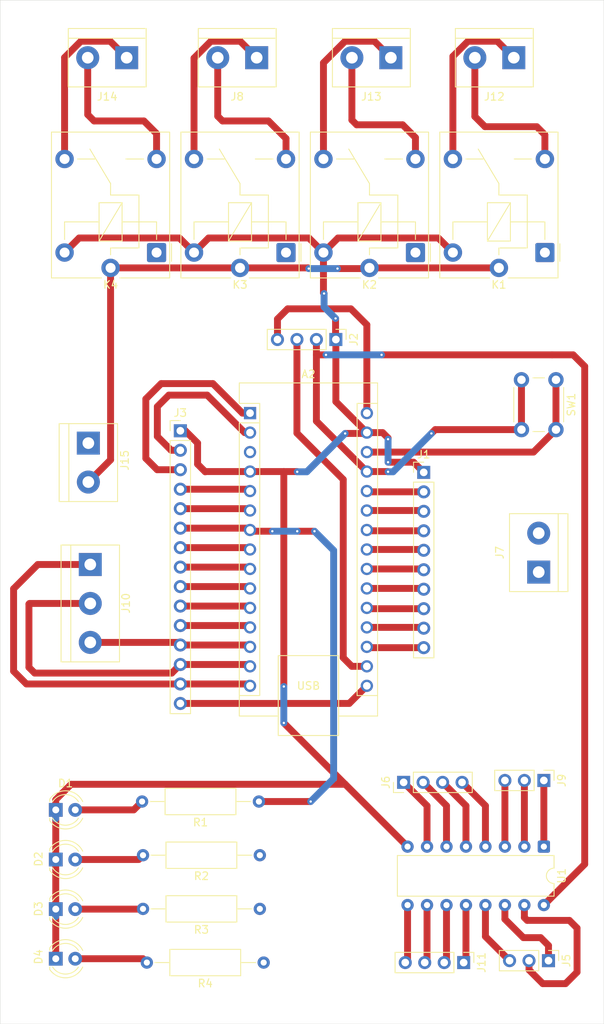
<source format=kicad_pcb>
(kicad_pcb (version 20241229) (generator "pcbnew") (generator_version "9.0")
  (title_block (title "Proyecto") (date "2025-03-09") (rev "Luis Antonio") (company "Instituto Tecnologico Superior del Estado de Hidalgo"))
  (layers (0 "F.Cu" signal) (4 "In1.Cu" signal) (6 "In2.Cu" signal) (2 "B.Cu" signal) (13 "F.Paste" user) (15 "B.Paste" user) (5 "F.SilkS" user "F.Silkscreen") (7 "B.SilkS" user "B.Silkscreen") (1 "F.Mask" user) (3 "B.Mask" user) (25 "Edge.Cuts" user))
  (net 0 "")
  (net 1 "/L8")
  (net 2 "/SDA_2")
  (net 3 "Net-(A2-D6)")
  (net 4 "GND")
  (net 5 "Net-(A2-A0)")
  (net 6 "/L9")
  (net 7 "Net-(A2-A1)")
  (net 8 "/VCC_5V")
  (net 10 "Net-(A2-D5)")
  (net 11 "/SCL_2")
  (net 12 "Net-(A2-D3)")
  (net 13 "Net-(A2-A2)")
  (net 14 "Net-(A2-D0{slash}RX)")
  (net 15 "Net-(A2-~{RESET}-Pad28)")
  (net 16 "Net-(A2-3V3)")
  (net 17 "Net-(A2-D2)")
  (net 18 "Net-(A2-D1{slash}TX)")
  (net 19 "/L13")
  (net 20 "Net-(A2-A3)")
  (net 21 "Net-(A2-A6)")
  (net 22 "/L4")
  (net 23 "Net-(A2-AREF)")
  (net 24 "Net-(A2-D7)")
  (net 25 "Net-(A2-A7)")
  (net 26 "Net-(A2-VIN)")
  (net 27 "Net-(D1-A)")
  (net 28 "Net-(D2-A)")
  (net 29 "Net-(D3-A)")
  (net 30 "Net-(D4-A)")
  (net 31 "Net-(J5-Pin_3)")
  (net 32 "/P1")
  (net 33 "/P2")
  (net 34 "Net-(J8-Pin_1)")
  (net 35 "Net-(J8-Pin_2)")
  (net 36 "Net-(J9-Pin_1)")
  (net 37 "Net-(J9-Pin_3)")
  (net 38 "Net-(J9-Pin_2)")
  (net 39 "Net-(J11-Pin_3)")
  (net 40 "Net-(J11-Pin_1)")
  (net 41 "Net-(J11-Pin_2)")
  (net 42 "Net-(J11-Pin_4)")
  (net 43 "Net-(J12-Pin_1)")
  (net 44 "Net-(J12-Pin_2)")
  (net 45 "Net-(J13-Pin_2)")
  (net 46 "Net-(J13-Pin_1)")
  (net 47 "Net-(J14-Pin_1)")
  (net 48 "Net-(J14-Pin_2)")
  (net 49 "/L10")
  (net 50 "/L12")
  (net 51 "/L11")
  (net 52 "/P0")
  (net 53 "/P3")
  (net 54 "/VCC2_+24")
  (net 55 "/VCC_+24")
  (footprint "LED_THT:LED_D4.0mm" (layer "F.Cu") (at 111 132.06)
    (property "Reference" "D2" (at -2.25 -0.06 90) (layer "F.SilkS"))
    (property "Value" "LED" (hide yes))
    (pad "1" thru_hole rect (at 0 0) (size 1.8 1.8) (drill 0.9) (layers "*.Cu" "*.Mask") (net 4 "GND"))
    (pad "2" thru_hole circle (at 2.54 0) (size 1.8 1.8) (drill 0.9) (layers "*.Cu" "*.Mask") (net 28 "Net-(D2-A)"))
  )
  (footprint "Resistor_THT:R_Axial_DIN0309_L9.0mm_D3.2mm_P15.24mm_Horizontal" (layer "F.Cu") (at 138.12 145.5 180)
    (property "Reference" "R4" (at 7.62 -2.72 0) (layer "F.SilkS"))
    (property "Value" "R" (hide yes))
    (pad "1" thru_hole circle (at 0 0 180) (size 1.6 1.6) (drill 0.8) (layers "*.Cu" "*.Mask") (net 6 "/L9"))
    (pad "2" thru_hole oval (at 15.24 0 180) (size 1.6 1.6) (drill 0.8) (layers "*.Cu" "*.Mask") (net 30 "Net-(D4-A)"))
  )
  (footprint "TerminalBlock:TerminalBlock_bornier-2_P5.08mm" (layer "F.Cu") (at 137.21 27.5 180)
    (property "Reference" "J8" (at 2.54 -5.08 0) (layer "F.SilkS"))
    (property "Value" "Screw_Terminal_01x02" (hide yes))
    (pad "1" thru_hole rect (at 0 0 180) (size 3 3) (drill 1.52) (layers "*.Cu" "*.Mask") (net 34 "Net-(J8-Pin_1)"))
    (pad "2" thru_hole circle (at 5.08 0 180) (size 3 3) (drill 1.52) (layers "*.Cu" "*.Mask") (net 35 "Net-(J8-Pin_2)"))
  )
  (footprint "LED_THT:LED_D4.0mm" (layer "F.Cu") (at 111 138.53)
    (property "Reference" "D3" (at -2.25 -0.03 90) (layer "F.SilkS"))
    (property "Value" "LED" (hide yes))
    (pad "1" thru_hole rect (at 0 0) (size 1.8 1.8) (drill 0.9) (layers "*.Cu" "*.Mask") (net 4 "GND"))
    (pad "2" thru_hole circle (at 2.54 0) (size 1.8 1.8) (drill 0.9) (layers "*.Cu" "*.Mask") (net 29 "Net-(D3-A)"))
  )
  (footprint "TerminalBlock:TerminalBlock_bornier-3_P5.08mm" (layer "F.Cu") (at 115.5 93.59 -90)
    (property "Reference" "J10" (at 5.05 -4.65 90) (layer "F.SilkS"))
    (property "Value" "Screw_Terminal_01x03" (hide yes))
    (pad "1" thru_hole rect (at 0 0 270) (size 3 3) (drill 1.52) (layers "*.Cu" "*.Mask") (net 50 "/L12"))
    (pad "2" thru_hole circle (at 5.08 0 270) (size 3 3) (drill 1.52) (layers "*.Cu" "*.Mask") (net 51 "/L11"))
    (pad "3" thru_hole circle (at 10.16 0 270) (size 3 3) (drill 1.52) (layers "*.Cu" "*.Mask") (net 49 "/L10"))
  )
  (footprint "TerminalBlock:TerminalBlock_bornier-2_P5.08mm" (layer "F.Cu") (at 120.25 27.5 180)
    (property "Reference" "J14" (at 2.54 -5.08 0) (layer "F.SilkS"))
    (property "Value" "Screw_Terminal_01x02" (hide yes))
    (pad "1" thru_hole rect (at 0 0 180) (size 3 3) (drill 1.52) (layers "*.Cu" "*.Mask") (net 47 "Net-(J14-Pin_1)"))
    (pad "2" thru_hole circle (at 5.08 0 180) (size 3 3) (drill 1.52) (layers "*.Cu" "*.Mask") (net 48 "Net-(J14-Pin_2)"))
  )
  (footprint "Connector_PinHeader_2.54mm:PinHeader_1x04_P2.54mm_Vertical" (layer "F.Cu") (at 164.21 145.5 -90)
    (property "Reference" "J11" (at 0 -2.33 90) (layer "F.SilkS"))
    (property "Value" "Conn_01x04_Pin" (hide yes))
    (pad "1" thru_hole rect (at 0 0 270) (size 1.7 1.7) (drill 1) (layers "*.Cu" "*.Mask") (net 40 "Net-(J11-Pin_1)"))
    (pad "2" thru_hole oval (at 0 2.54 270) (size 1.7 1.7) (drill 1) (layers "*.Cu" "*.Mask") (net 41 "Net-(J11-Pin_2)"))
    (pad "3" thru_hole oval (at 0 5.08 270) (size 1.7 1.7) (drill 1) (layers "*.Cu" "*.Mask") (net 39 "Net-(J11-Pin_3)"))
    (pad "4" thru_hole oval (at 0 7.62 270) (size 1.7 1.7) (drill 1) (layers "*.Cu" "*.Mask") (net 42 "Net-(J11-Pin_4)"))
  )
  (footprint "Connector_PinHeader_2.54mm:PinHeader_1x04_P2.54mm_Vertical" (layer "F.Cu") (at 156.38 122 90)
    (property "Reference" "J6" (at 0 -2.33 90) (layer "F.SilkS"))
    (property "Value" "Conn_01x04_Pin" (hide yes))
    (pad "1" thru_hole rect (at 0 0 90) (size 1.7 1.7) (drill 1) (layers "*.Cu" "*.Mask") (net 53 "/P3"))
    (pad "2" thru_hole oval (at 0 2.54 90) (size 1.7 1.7) (drill 1) (layers "*.Cu" "*.Mask") (net 33 "/P2"))
    (pad "3" thru_hole oval (at 0 5.08 90) (size 1.7 1.7) (drill 1) (layers "*.Cu" "*.Mask") (net 32 "/P1"))
    (pad "4" thru_hole oval (at 0 7.62 90) (size 1.7 1.7) (drill 1) (layers "*.Cu" "*.Mask") (net 52 "/P0"))
  )
  (footprint "Connector_PinHeader_2.54mm:PinHeader_1x03_P2.54mm_Vertical" (layer "F.Cu") (at 175.275 145.25 -90)
    (property "Reference" "J5" (at 0 -2.33 90) (layer "F.SilkS"))
    (property "Value" "Conn_01x03_Pin" (hide yes))
    (pad "1" thru_hole rect (at 0 0 270) (size 1.7 1.7) (drill 1) (layers "*.Cu" "*.Mask") (net 11 "/SCL_2"))
    (pad "2" thru_hole oval (at 0 2.54 270) (size 1.7 1.7) (drill 1) (layers "*.Cu" "*.Mask") (net 2 "/SDA_2"))
    (pad "3" thru_hole oval (at 0 5.08 270) (size 1.7 1.7) (drill 1) (layers "*.Cu" "*.Mask") (net 31 "Net-(J5-Pin_3)"))
  )
  (footprint "Connector_PinHeader_2.54mm:PinHeader_1x04_P2.54mm_Vertical" (layer "F.Cu") (at 147.54 64.25 -90)
    (property "Reference" "J2" (at 0 -2.33 90) (layer "F.SilkS"))
    (property "Value" "Conn_01x04_Pin" (hide yes))
    (pad "1" thru_hole rect (at 0 0 270) (size 1.7 1.7) (drill 1) (layers "*.Cu" "*.Mask") (net 4 "GND"))
    (pad "2" thru_hole oval (at 0 2.54 270) (size 1.7 1.7) (drill 1) (layers "*.Cu" "*.Mask") (net 8 "/VCC_5V"))
    (pad "3" thru_hole oval (at 0 5.08 270) (size 1.7 1.7) (drill 1) (layers "*.Cu" "*.Mask") (net 16 "Net-(A2-3V3)"))
    (pad "4" thru_hole oval (at 0 7.62 270) (size 1.7 1.7) (drill 1) (layers "*.Cu" "*.Mask") (net 26 "Net-(A2-VIN)"))
  )
  (footprint "TerminalBlock:TerminalBlock_bornier-2_P5.08mm" (layer "F.Cu") (at 115.25 77.76 -90)
    (property "Reference" "J15" (at 2.24 -4.75 90) (layer "F.SilkS"))
    (property "Value" "Screw_Terminal_01x02" (hide yes))
    (pad "1" thru_hole rect (at 0 0 270) (size 3 3) (drill 1.52) (layers "*.Cu" "*.Mask") (net 54 "/VCC2_+24"))
    (pad "2" thru_hole circle (at 5.08 0 270) (size 3 3) (drill 1.52) (layers "*.Cu" "*.Mask") (net 55 "/VCC_+24"))
  )
  (footprint "Relay_THT:Relay_SPDT_Finder_36.11" (layer "F.Cu") (at 141.035 52.91 180)
    (property "Reference" "K3" (at 6 -4.2 0) (layer "F.SilkS"))
    (property "Value" "Relay_SPDT_Latching_1coil" (hide yes))
    (pad "11" thru_hole circle (at 6 -2 180) (size 2.4 2.4) (drill 1.3) (layers "*.Cu" "*.Mask") (net 55 "/VCC_+24") (clearance 0.2))
    (pad "12" thru_hole circle (at 12 12.2 180) (size 2.4 2.4) (drill 1.3) (layers "*.Cu" "*.Mask") (net 34 "Net-(J8-Pin_1)"))
    (pad "14" thru_hole circle (at 0 12.2 180) (size 2.4 2.4) (drill 1.3) (layers "*.Cu" "*.Mask") (net 35 "Net-(J8-Pin_2)"))
    (pad "A1" thru_hole roundrect (at 0 0 180) (size 2.5 2.5) (drill 1.3) (layers "*.Cu" "*.Mask") (roundrect_rratio 0.1) (net 1 "/L8"))
    (pad "A2" thru_hole circle (at 12 0 180) (size 2.4 2.4) (drill 1.3) (layers "*.Cu" "*.Mask") (net 4 "GND"))
  )
  (footprint "Relay_THT:Relay_SPDT_Finder_36.11" (layer "F.Cu") (at 174.805 52.91 180)
    (property "Reference" "K1" (at 6 -4.2 0) (layer "F.SilkS"))
    (property "Value" "Relay_SPDT_Latching_1coil" (hide yes))
    (pad "11" thru_hole circle (at 6 -2 180) (size 2.4 2.4) (drill 1.3) (layers "*.Cu" "*.Mask") (net 55 "/VCC_+24") (clearance 0.2))
    (pad "12" thru_hole circle (at 12 12.2 180) (size 2.4 2.4) (drill 1.3) (layers "*.Cu" "*.Mask") (net 43 "Net-(J12-Pin_1)"))
    (pad "14" thru_hole circle (at 0 12.2 180) (size 2.4 2.4) (drill 1.3) (layers "*.Cu" "*.Mask") (net 44 "Net-(J12-Pin_2)"))
    (pad "A1" thru_hole roundrect (at 0 0 180) (size 2.5 2.5) (drill 1.3) (layers "*.Cu" "*.Mask") (roundrect_rratio 0.1) (net 6 "/L9"))
    (pad "A2" thru_hole circle (at 12 0 180) (size 2.4 2.4) (drill 1.3) (layers "*.Cu" "*.Mask") (net 4 "GND"))
  )
  (footprint "Relay_THT:Relay_SPDT_Finder_36.11" (layer "F.Cu") (at 157.92 52.91 180)
    (property "Reference" "K2" (at 6 -4.2 0) (layer "F.SilkS"))
    (property "Value" "Relay_SPDT_Latching_1coil" (hide yes))
    (pad "11" thru_hole circle (at 6 -2 180) (size 2.4 2.4) (drill 1.3) (layers "*.Cu" "*.Mask") (net 55 "/VCC_+24") (clearance 0.2))
    (pad "12" thru_hole circle (at 12 12.2 180) (size 2.4 2.4) (drill 1.3) (layers "*.Cu" "*.Mask") (net 46 "Net-(J13-Pin_1)"))
    (pad "14" thru_hole circle (at 0 12.2 180) (size 2.4 2.4) (drill 1.3) (layers "*.Cu" "*.Mask") (net 45 "Net-(J13-Pin_2)"))
    (pad "A1" thru_hole roundrect (at 0 0 180) (size 2.5 2.5) (drill 1.3) (layers "*.Cu" "*.Mask") (roundrect_rratio 0.1) (net 32 "/P1"))
    (pad "A2" thru_hole circle (at 12 0 180) (size 2.4 2.4) (drill 1.3) (layers "*.Cu" "*.Mask") (net 4 "GND"))
  )
  (footprint "Module:Arduino_Nano" (layer "F.Cu") (at 136.34 73.85)
    (property "Reference" "A2" (at 7.62 -5.08 0) (layer "F.SilkS"))
    (property "Value" "Arduino_Nano_v3.x")
    (fp_text user "USB" (at 7.62 35.56 0) (layer "F.SilkS"))
    (pad "1" thru_hole rect (at 0 0) (size 1.6 1.6) (drill 1) (layers "*.Cu" "*.Mask") (net 18 "Net-(A2-D1{slash}TX)"))
    (pad "2" thru_hole oval (at 0 2.54) (size 1.6 1.6) (drill 1) (layers "*.Cu" "*.Mask") (net 14 "Net-(A2-D0{slash}RX)"))
    (pad "3" thru_hole oval (at 0 5.08) (size 1.6 1.6) (drill 1) (layers "*.Cu" "*.Mask"))
    (pad "4" thru_hole oval (at 0 7.62) (size 1.6 1.6) (drill 1) (layers "*.Cu" "*.Mask") (net 4 "GND"))
    (pad "5" thru_hole oval (at 0 10.16) (size 1.6 1.6) (drill 1) (layers "*.Cu" "*.Mask") (net 17 "Net-(A2-D2)"))
    (pad "6" thru_hole oval (at 0 12.7) (size 1.6 1.6) (drill 1) (layers "*.Cu" "*.Mask") (net 12 "Net-(A2-D3)"))
    (pad "7" thru_hole oval (at 0 15.24) (size 1.6 1.6) (drill 1) (layers "*.Cu" "*.Mask") (net 22 "/L4"))
    (pad "8" thru_hole oval (at 0 17.78) (size 1.6 1.6) (drill 1) (layers "*.Cu" "*.Mask") (net 10 "Net-(A2-D5)"))
    (pad "9" thru_hole oval (at 0 20.32) (size 1.6 1.6) (drill 1) (layers "*.Cu" "*.Mask") (net 3 "Net-(A2-D6)"))
    (pad "10" thru_hole oval (at 0 22.86) (size 1.6 1.6) (drill 1) (layers "*.Cu" "*.Mask") (net 24 "Net-(A2-D7)"))
    (pad "11" thru_hole oval (at 0 25.4) (size 1.6 1.6) (drill 1) (layers "*.Cu" "*.Mask") (net 1 "/L8"))
    (pad "12" thru_hole oval (at 0 27.94) (size 1.6 1.6) (drill 1) (layers "*.Cu" "*.Mask") (net 6 "/L9"))
    (pad "13" thru_hole oval (at 0 30.48) (size 1.6 1.6) (drill 1) (layers "*.Cu" "*.Mask") (net 49 "/L10"))
    (pad "14" thru_hole oval (at 0 33.02) (size 1.6 1.6) (drill 1) (layers "*.Cu" "*.Mask") (net 51 "/L11"))
    (pad "15" thru_hole oval (at 0 35.56) (size 1.6 1.6) (drill 1) (layers "*.Cu" "*.Mask") (net 50 "/L12"))
    (pad "16" thru_hole oval (at 15.24 35.56) (size 1.6 1.6) (drill 1) (layers "*.Cu" "*.Mask") (net 19 "/L13"))
    (pad "17" thru_hole oval (at 15.24 33.02) (size 1.6 1.6) (drill 1) (layers "*.Cu" "*.Mask") (net 16 "Net-(A2-3V3)"))
    (pad "18" thru_hole oval (at 15.24 30.48) (size 1.6 1.6) (drill 1) (layers "*.Cu" "*.Mask") (net 23 "Net-(A2-AREF)"))
    (pad "19" thru_hole oval (at 15.24 27.94) (size 1.6 1.6) (drill 1) (layers "*.Cu" "*.Mask") (net 5 "Net-(A2-A0)"))
    (pad "20" thru_hole oval (at 15.24 25.4) (size 1.6 1.6) (drill 1) (layers "*.Cu" "*.Mask") (net 7 "Net-(A2-A1)"))
    (pad "21" thru_hole oval (at 15.24 22.86) (size 1.6 1.6) (drill 1) (layers "*.Cu" "*.Mask") (net 13 "Net-(A2-A2)"))
    (pad "22" thru_hole oval (at 15.24 20.32) (size 1.6 1.6) (drill 1) (layers "*.Cu" "*.Mask") (net 20 "Net-(A2-A3)"))
    (pad "23" thru_hole oval (at 15.24 17.78) (size 1.6 1.6) (drill 1) (layers "*.Cu" "*.Mask") (net 2 "/SDA_2"))
    (pad "24" thru_hole oval (at 15.24 15.24) (size 1.6 1.6) (drill 1) (layers "*.Cu" "*.Mask") (net 11 "/SCL_2"))
    (pad "25" thru_hole oval (at 15.24 12.7) (size 1.6 1.6) (drill 1) (layers "*.Cu" "*.Mask") (net 21 "Net-(A2-A6)"))
    (pad "26" thru_hole oval (at 15.24 10.16) (size 1.6 1.6) (drill 1) (layers "*.Cu" "*.Mask") (net 25 "Net-(A2-A7)"))
    (pad "27" thru_hole oval (at 15.24 7.62) (size 1.6 1.6) (drill 1) (layers "*.Cu" "*.Mask") (net 8 "/VCC_5V"))
    (pad "28" thru_hole oval (at 15.24 5.08) (size 1.6 1.6) (drill 1) (layers "*.Cu" "*.Mask") (net 15 "Net-(A2-~{RESET}-Pad28)"))
    (pad "29" thru_hole oval (at 15.24 2.54) (size 1.6 1.6) (drill 1) (layers "*.Cu" "*.Mask") (net 4 "GND"))
    (pad "30" thru_hole oval (at 15.24 0) (size 1.6 1.6) (drill 1) (layers "*.Cu" "*.Mask") (net 26 "Net-(A2-VIN)"))
  )
  (footprint "Button_Switch_THT:SW_PUSH_6mm" (layer "F.Cu") (at 176.25 69.5 -90)
    (property "Reference" "SW1" (at 3.25 -2 90) (layer "F.SilkS"))
    (property "Value" "SW_Push" (hide yes))
    (pad "1" thru_hole circle (at 0 0) (size 2 2) (drill 1.1) (layers "*.Cu" "*.Mask") (net 15 "Net-(A2-~{RESET}-Pad28)"))
    (pad "1" thru_hole circle (at 6.5 0) (size 2 2) (drill 1.1) (layers "*.Cu" "*.Mask") (net 15 "Net-(A2-~{RESET}-Pad28)"))
    (pad "2" thru_hole circle (at 0 4.5) (size 2 2) (drill 1.1) (layers "*.Cu" "*.Mask") (net 8 "/VCC_5V"))
    (pad "2" thru_hole circle (at 6.5 4.5) (size 2 2) (drill 1.1) (layers "*.Cu" "*.Mask") (net 8 "/VCC_5V"))
  )
  (footprint "Package_DIP:DIP-16_W7.62mm" (layer "F.Cu") (at 174.67 130.38 -90)
    (property "Reference" "U1" (at 3.81 -2.33 90) (layer "F.SilkS"))
    (property "Value" "PCF8574AP" (hide yes))
    (pad "1" thru_hole roundrect (at 0 0 270) (size 1.6 1.6) (drill 0.8) (layers "*.Cu" "*.Mask") (roundrect_rratio 0.15625) (net 36 "Net-(J9-Pin_1)"))
    (pad "2" thru_hole circle (at 0 2.54 270) (size 1.6 1.6) (drill 0.8) (layers "*.Cu" "*.Mask") (net 38 "Net-(J9-Pin_2)"))
    (pad "3" thru_hole circle (at 0 5.08 270) (size 1.6 1.6) (drill 0.8) (layers "*.Cu" "*.Mask") (net 37 "Net-(J9-Pin_3)"))
    (pad "4" thru_hole circle (at 0 7.62 270) (size 1.6 1.6) (drill 0.8) (layers "*.Cu" "*.Mask") (net 52 "/P0"))
    (pad "5" thru_hole circle (at 0 10.16 270) (size 1.6 1.6) (drill 0.8) (layers "*.Cu" "*.Mask") (net 32 "/P1"))
    (pad "6" thru_hole circle (at 0 12.7 270) (size 1.6 1.6) (drill 0.8) (layers "*.Cu" "*.Mask") (net 33 "/P2"))
    (pad "7" thru_hole circle (at 0 15.24 270) (size 1.6 1.6) (drill 0.8) (layers "*.Cu" "*.Mask") (net 53 "/P3"))
    (pad "8" thru_hole circle (at 0 17.78 270) (size 1.6 1.6) (drill 0.8) (layers "*.Cu" "*.Mask") (net 4 "GND"))
    (pad "9" thru_hole circle (at 7.62 17.78 270) (size 1.6 1.6) (drill 0.8) (layers "*.Cu" "*.Mask") (net 42 "Net-(J11-Pin_4)"))
    (pad "10" thru_hole circle (at 7.62 15.24 270) (size 1.6 1.6) (drill 0.8) (layers "*.Cu" "*.Mask") (net 39 "Net-(J11-Pin_3)"))
    (pad "11" thru_hole circle (at 7.62 12.7 270) (size 1.6 1.6) (drill 0.8) (layers "*.Cu" "*.Mask") (net 41 "Net-(J11-Pin_2)"))
    (pad "12" thru_hole circle (at 7.62 10.16 270) (size 1.6 1.6) (drill 0.8) (layers "*.Cu" "*.Mask") (net 40 "Net-(J11-Pin_1)"))
    (pad "13" thru_hole circle (at 7.62 7.62 270) (size 1.6 1.6) (drill 0.8) (layers "*.Cu" "*.Mask") (net 31 "Net-(J5-Pin_3)"))
    (pad "14" thru_hole circle (at 7.62 5.08 270) (size 1.6 1.6) (drill 0.8) (layers "*.Cu" "*.Mask") (net 11 "/SCL_2"))
    (pad "15" thru_hole circle (at 7.62 2.54 270) (size 1.6 1.6) (drill 0.8) (layers "*.Cu" "*.Mask") (net 2 "/SDA_2"))
    (pad "16" thru_hole circle (at 7.62 0 270) (size 1.6 1.6) (drill 0.8) (layers "*.Cu" "*.Mask") (net 8 "/VCC_5V"))
  )
  (footprint "Resistor_THT:R_Axial_DIN0309_L9.0mm_D3.2mm_P15.24mm_Horizontal" (layer "F.Cu") (at 137.62 131.5 180)
    (property "Reference" "R2" (at 7.62 -2.72 0) (layer "F.SilkS"))
    (property "Value" "R")
    (pad "1" thru_hole circle (at 0 0 180) (size 1.6 1.6) (drill 0.8) (layers "*.Cu" "*.Mask") (net 19 "/L13"))
    (pad "2" thru_hole oval (at 15.24 0 180) (size 1.6 1.6) (drill 0.8) (layers "*.Cu" "*.Mask") (net 28 "Net-(D2-A)"))
  )
  (footprint "Connector_PinHeader_2.54mm:PinHeader_1x03_P2.54mm_Vertical" (layer "F.Cu") (at 174.67 121.75 -90)
    (property "Reference" "J9" (at 0 -2.33 90) (layer "F.SilkS"))
    (property "Value" "Conn_01x03_Pin" (hide yes))
    (pad "1" thru_hole rect (at 0 0 270) (size 1.7 1.7) (drill 1) (layers "*.Cu" "*.Mask") (net 36 "Net-(J9-Pin_1)"))
    (pad "2" thru_hole oval (at 0 2.54 270) (size 1.7 1.7) (drill 1) (layers "*.Cu" "*.Mask") (net 38 "Net-(J9-Pin_2)"))
    (pad "3" thru_hole oval (at 0 5.08 270) (size 1.7 1.7) (drill 1) (layers "*.Cu" "*.Mask") (net 37 "Net-(J9-Pin_3)"))
  )
  (footprint "Connector_PinHeader_2.54mm:PinHeader_1x15_P2.54mm_Vertical" (layer "F.Cu") (at 127.25 76.15)
    (property "Reference" "J3" (at 0 -2.33 0) (layer "F.SilkS"))
    (property "Value" "Conn_01x15_Pin" (hide yes))
    (pad "1" thru_hole rect (at 0 0) (size 1.7 1.7) (drill 1) (layers "*.Cu" "*.Mask") (net 4 "GND"))
    (pad "2" thru_hole oval (at 0 2.54) (size 1.7 1.7) (drill 1) (layers "*.Cu" "*.Mask") (net 14 "Net-(A2-D0{slash}RX)"))
    (pad "3" thru_hole oval (at 0 5.08) (size 1.7 1.7) (drill 1) (layers "*.Cu" "*.Mask") (net 18 "Net-(A2-D1{slash}TX)"))
    (pad "4" thru_hole oval (at 0 7.62) (size 1.7 1.7) (drill 1) (layers "*.Cu" "*.Mask") (net 17 "Net-(A2-D2)"))
    (pad "5" thru_hole oval (at 0 10.16) (size 1.7 1.7) (drill 1) (layers "*.Cu" "*.Mask") (net 12 "Net-(A2-D3)"))
    (pad "6" thru_hole oval (at 0 12.7) (size 1.7 1.7) (drill 1) (layers "*.Cu" "*.Mask") (net 22 "/L4"))
    (pad "7" thru_hole oval (at 0 15.24) (size 1.7 1.7) (drill 1) (layers "*.Cu" "*.Mask") (net 10 "Net-(A2-D5)"))
    (pad "8" thru_hole oval (at 0 17.78) (size 1.7 1.7) (drill 1) (layers "*.Cu" "*.Mask") (net 3 "Net-(A2-D6)"))
    (pad "9" thru_hole oval (at 0 20.32) (size 1.7 1.7) (drill 1) (layers "*.Cu" "*.Mask") (net 24 "Net-(A2-D7)"))
    (pad "10" thru_hole oval (at 0 22.86) (size 1.7 1.7) (drill 1) (layers "*.Cu" "*.Mask") (net 1 "/L8"))
    (pad "11" thru_hole oval (at 0 25.4) (size 1.7 1.7) (drill 1) (layers "*.Cu" "*.Mask") (net 6 "/L9"))
    (pad "12" thru_hole oval (at 0 27.94) (size 1.7 1.7) (drill 1) (layers "*.Cu" "*.Mask") (net 49 "/L10"))
    (pad "13" thru_hole oval (at 0 30.48) (size 1.7 1.7) (drill 1) (layers "*.Cu" "*.Mask") (net 51 "/L11"))
    (pad "14" thru_hole oval (at 0 33.02) (size 1.7 1.7) (drill 1) (layers "*.Cu" "*.Mask") (net 50 "/L12"))
    (pad "15" thru_hole oval (at 0 35.56) (size 1.7 1.7) (drill 1) (layers "*.Cu" "*.Mask") (net 19 "/L13"))
  )
  (footprint "Relay_THT:Relay_SPDT_Finder_36.11" (layer "F.Cu") (at 124.15 52.91 180)
    (property "Reference" "K4" (at 6 -4.2 0) (layer "F.SilkS"))
    (property "Value" "Relay_SPDT_Latching_1coil" (hide yes))
    (pad "11" thru_hole circle (at 6 -2 180) (size 2.4 2.4) (drill 1.3) (layers "*.Cu" "*.Mask") (net 55 "/VCC_+24") (clearance 0.2))
    (pad "12" thru_hole circle (at 12 12.2 180) (size 2.4 2.4) (drill 1.3) (layers "*.Cu" "*.Mask") (net 47 "Net-(J14-Pin_1)"))
    (pad "14" thru_hole circle (at 0 12.2 180) (size 2.4 2.4) (drill 1.3) (layers "*.Cu" "*.Mask") (net 48 "Net-(J14-Pin_2)"))
    (pad "A1" thru_hole roundrect (at 0 0 180) (size 2.5 2.5) (drill 1.3) (layers "*.Cu" "*.Mask") (roundrect_rratio 0.1) (net 33 "/P2"))
    (pad "A2" thru_hole circle (at 12 0 180) (size 2.4 2.4) (drill 1.3) (layers "*.Cu" "*.Mask") (net 4 "GND"))
  )
  (footprint "TerminalBlock:TerminalBlock_bornier-2_P5.08mm" (layer "F.Cu") (at 174 94.58 90)
    (property "Reference" "J7" (at 2.54 -5.08 90) (layer "F.SilkS"))
    (property "Value" "Screw_Terminal_01x02" (hide yes))
    (pad "1" thru_hole rect (at 0 0 90) (size 3 3) (drill 1.52) (layers "*.Cu" "*.Mask") (net 53 "/P3"))
    (pad "2" thru_hole circle (at 5.08 0 90) (size 3 3) (drill 1.52) (layers "*.Cu" "*.Mask") (net 52 "/P0"))
  )
  (footprint "TerminalBlock:TerminalBlock_bornier-2_P5.08mm" (layer "F.Cu") (at 154.71 27.5 180)
    (property "Reference" "J13" (at 2.54 -5.08 0) (layer "F.SilkS"))
    (property "Value" "Screw_Terminal_01x02" (hide yes))
    (pad "1" thru_hole rect (at 0 0 180) (size 3 3) (drill 1.52) (layers "*.Cu" "*.Mask") (net 46 "Net-(J13-Pin_1)"))
    (pad "2" thru_hole circle (at 5.08 0 180) (size 3 3) (drill 1.52) (layers "*.Cu" "*.Mask") (net 45 "Net-(J13-Pin_2)"))
  )
  (footprint "LED_THT:LED_D4.0mm" (layer "F.Cu") (at 111 145)
    (property "Reference" "D4" (at -2.25 -0.25 90) (layer "F.SilkS"))
    (property "Value" "LED" (hide yes))
    (pad "1" thru_hole rect (at 0 0) (size 1.8 1.8) (drill 0.9) (layers "*.Cu" "*.Mask") (net 4 "GND"))
    (pad "2" thru_hole circle (at 2.54 0) (size 1.8 1.8) (drill 0.9) (layers "*.Cu" "*.Mask") (net 30 "Net-(D4-A)"))
  )
  (footprint "Resistor_THT:R_Axial_DIN0309_L9.0mm_D3.2mm_P15.24mm_Horizontal" (layer "F.Cu") (at 137.5 124.5 180)
    (property "Reference" "R1" (at 7.62 -2.72 0) (layer "F.SilkS"))
    (property "Value" "R")
    (pad "1" thru_hole circle (at 0 0 180) (size 1.6 1.6) (drill 0.8) (layers "*.Cu" "*.Mask") (net 22 "/L4"))
    (pad "2" thru_hole oval (at 15.24 0 180) (size 1.6 1.6) (drill 0.8) (layers "*.Cu" "*.Mask") (net 27 "Net-(D1-A)"))
  )
  (footprint "Resistor_THT:R_Axial_DIN0309_L9.0mm_D3.2mm_P15.24mm_Horizontal" (layer "F.Cu") (at 137.62 138.5 180)
    (property "Reference" "R3" (at 7.62 -2.72 0) (layer "F.SilkS"))
    (property "Value" "R" (hide yes))
    (pad "1" thru_hole circle (at 0 0 180) (size 1.6 1.6) (drill 0.8) (layers "*.Cu" "*.Mask") (net 1 "/L8"))
    (pad "2" thru_hole oval (at 15.24 0 180) (size 1.6 1.6) (drill 0.8) (layers "*.Cu" "*.Mask") (net 29 "Net-(D3-A)"))
  )
  (footprint "TerminalBlock:TerminalBlock_bornier-2_P5.08mm" (layer "F.Cu") (at 170.75 27.5 180)
    (property "Reference" "J12" (at 2.54 -5.08 0) (layer "F.SilkS"))
    (property "Value" "Screw_Terminal_01x02" (hide yes))
    (pad "1" thru_hole rect (at 0 0 180) (size 3 3) (drill 1.52) (layers "*.Cu" "*.Mask") (net 43 "Net-(J12-Pin_1)"))
    (pad "2" thru_hole circle (at 5.08 0 180) (size 3 3) (drill 1.52) (layers "*.Cu" "*.Mask") (net 44 "Net-(J12-Pin_2)"))
  )
  (footprint "LED_THT:LED_D4.0mm" (layer "F.Cu") (at 111 125.59)
    (property "Reference" "D1" (at 1.27 -3.46 0) (layer "F.SilkS"))
    (property "Value" "LED" (hide yes))
    (pad "1" thru_hole rect (at 0 0) (size 1.8 1.8) (drill 0.9) (layers "*.Cu" "*.Mask") (net 4 "GND"))
    (pad "2" thru_hole circle (at 2.54 0) (size 1.8 1.8) (drill 0.9) (layers "*.Cu" "*.Mask") (net 27 "Net-(D1-A)"))
  )
  (footprint "Connector_PinHeader_2.54mm:PinHeader_1x10_P2.54mm_Vertical" (layer "F.Cu") (at 159 81.575)
    (property "Reference" "J1" (at 0 -2.33 0) (layer "F.SilkS"))
    (property "Value" "Conn_01x10_Pin" (hide yes))
    (pad "1" thru_hole rect (at 0 0) (size 1.7 1.7) (drill 1) (layers "*.Cu" "*.Mask") (net 4 "GND"))
    (pad "2" thru_hole oval (at 0 2.54) (size 1.7 1.7) (drill 1) (layers "*.Cu" "*.Mask") (net 25 "Net-(A2-A7)"))
    (pad "3" thru_hole oval (at 0 5.08) (size 1.7 1.7) (drill 1) (layers "*.Cu" "*.Mask") (net 21 "Net-(A2-A6)"))
    (pad "4" thru_hole oval (at 0 7.62) (size 1.7 1.7) (drill 1) (layers "*.Cu" "*.Mask") (net 11 "/SCL_2"))
    (pad "5" thru_hole oval (at 0 10.16) (size 1.7 1.7) (drill 1) (layers "*.Cu" "*.Mask") (net 2 "/SDA_2"))
    (pad "6" thru_hole oval (at 0 12.7) (size 1.7 1.7) (drill 1) (layers "*.Cu" "*.Mask") (net 20 "Net-(A2-A3)"))
    (pad "7" thru_hole oval (at 0 15.24) (size 1.7 1.7) (drill 1) (layers "*.Cu" "*.Mask") (net 13 "Net-(A2-A2)"))
    (pad "8" thru_hole oval (at 0 17.78) (size 1.7 1.7) (drill 1) (layers "*.Cu" "*.Mask") (net 7 "Net-(A2-A1)"))
    (pad "9" thru_hole oval (at 0 20.32) (size 1.7 1.7) (drill 1) (layers "*.Cu" "*.Mask") (net 5 "Net-(A2-A0)"))
    (pad "10" thru_hole oval (at 0 22.86) (size 1.7 1.7) (drill 1) (layers "*.Cu" "*.Mask") (net 23 "Net-(A2-AREF)"))
  )
  (gr_rect (start 103.75 20) (end 182.5 153.5) (stroke (width 0.05)) (fill no) (layer "Edge.Cuts"))
  (segment (start 127.25 99.01) (end 136.1 99.01) (width 0.9) (layer "F.Cu") (net 1))
  (segment (start 136.1 99.01) (end 136.34 99.25) (width 0.9) (layer "F.Cu") (net 1))
  (segment (start 172.735 146.452081) (end 172.735 145.25) (width 0.9) (layer "F.Cu") (net 2))
  (segment (start 172.13 138) (end 172.13 139.63) (width 0.9) (layer "F.Cu") (net 2))
  (segment (start 178 140) (end 179 141) (width 0.9) (layer "F.Cu") (net 2))
  (segment (start 172.13 139.63) (end 172.5 140) (width 0.9) (layer "F.Cu") (net 2))
  (segment (start 177.5 148.25) (end 174.532919 148.25) (width 0.9) (layer "F.Cu") (net 2))
  (segment (start 172.5 140) (end 178 140) (width 0.9) (layer "F.Cu") (net 2))
  (segment (start 179 146.75) (end 177.5 148.25) (width 0.9) (layer "F.Cu") (net 2))
  (segment (start 151.58 91.63) (end 158.895 91.63) (width 0.9) (layer "F.Cu") (net 2))
  (segment (start 174.532919 148.25) (end 172.735 146.452081) (width 0.9) (layer "F.Cu") (net 2))
  (segment (start 179 141) (end 179 146.75) (width 0.9) (layer "F.Cu") (net 2))
  (segment (start 158.895 91.63) (end 159 91.735) (width 0.9) (layer "F.Cu") (net 2))
  (segment (start 127.25 93.93) (end 136.1 93.93) (width 0.9) (layer "F.Cu") (net 3))
  (segment (start 136.1 93.93) (end 136.34 94.17) (width 0.9) (layer "F.Cu") (net 3))
  (segment (start 151.58 76.39) (end 153.64 76.39) (width 0.9) (layer "F.Cu") (net 4))
  (segment (start 130.936 51.009) (end 144.019 51.009) (width 0.9) (layer "F.Cu") (net 4))
  (segment (start 111 132.06) (end 111 138.53) (width 0.9) (layer "F.Cu") (net 4))
  (segment (start 142.47 81.47) (end 142.5 81.5) (width 0.9) (layer "F.Cu") (net 4))
  (segment (start 160.904 51.009) (end 162.805 52.91) (width 0.9) (layer "F.Cu") (net 4))
  (segment (start 113 122.25) (end 111 124.25) (width 0.9) (layer "F.Cu") (net 4))
  (segment (start 127.9 76.15) (end 129.5 77.75) (width 0.9) (layer "F.Cu") (net 4))
  (segment (start 129.5 80.5) (end 129.5 77.75) (width 0.9) (layer "F.Cu") (net 4))
  (segment (start 151.47 76.5) (end 151.58 76.39) (width 0.9) (layer "F.Cu") (net 4))
  (segment (start 130.5 81.5) (end 129.5 80.5) (width 0.9) (layer "F.Cu") (net 4))
  (segment (start 154.347 77.097) (end 154.347 77.25) (width 0.9) (layer "F.Cu") (net 4))
  (segment (start 112.15 52.91) (end 114.051 51.009) (width 0.9) (layer "F.Cu") (net 4))
  (segment (start 147.5 61.5) (end 147.5 64.21) (width 0.9) (layer "F.Cu") (net 4))
  (segment (start 136.34 81.47) (end 130.53 81.47) (width 0.9) (layer "F.Cu") (net 4))
  (segment (start 111 145) (end 111 138.53) (width 0.9) (layer "F.Cu") (net 4))
  (segment (start 148.75 122.25) (end 140.75 114.25) (width 0.9) (layer "F.Cu") (net 4))
  (segment (start 148.75 76.5) (end 151.47 76.5) (width 0.9) (layer "F.Cu") (net 4))
  (segment (start 130.53 81.47) (end 130.5 81.5) (width 0.9) (layer "F.Cu") (net 4))
  (segment (start 147.54 72.35) (end 147.54 64.25) (width 0.9) (layer "F.Cu") (net 4))
  (segment (start 129.035 52.91) (end 130.936 51.009) (width 0.9) (layer "F.Cu") (net 4))
  (segment (start 148.76 122.25) (end 113 122.25) (width 0.9) (layer "F.Cu") (net 4))
  (segment (start 145.92 52.91) (end 147.821 51.009) (width 0.9) (layer "F.Cu") (net 4))
  (segment (start 140.75 109.5) (end 140.75 81.47) (width 0.9) (layer "F.Cu") (net 4))
  (segment (start 153.75 76.5) (end 154.347 77.097) (width 0.9) (layer "F.Cu") (net 4))
  (segment (start 144.019 51.009) (end 145.92 52.91) (width 0.9) (layer "F.Cu") (net 4))
  (segment (start 127.25 76.15) (end 127.9 76.15) (width 0.9) (layer "F.Cu") (net 4))
  (segment (start 111 125.59) (end 111 132.06) (width 0.9) (layer "F.Cu") (net 4))
  (segment (start 145.92 52.91) (end 145.92 58.17) (width 0.9) (layer "F.Cu") (net 4))
  (segment (start 153.64 76.39) (end 153.75 76.5) (width 0.9) (layer "F.Cu") (net 4))
  (segment (start 151.58 76.39) (end 147.54 72.35) (width 0.9) (layer "F.Cu") (net 4))
  (segment (start 147.5 64.21) (end 147.54 64.25) (width 0.9) (layer "F.Cu") (net 4))
  (segment (start 136.34 81.47) (end 140.75 81.47) (width 0.9) (layer "F.Cu") (net 4))
  (segment (start 147.821 51.009) (end 160.904 51.009) (width 0.9) (layer "F.Cu") (net 4))
  (segment (start 114.051 51.009) (end 127.134 51.009) (width 0.9) (layer "F.Cu") (net 4))
  (segment (start 127.134 51.009) (end 129.035 52.91) (width 0.9) (layer "F.Cu") (net 4))
  (segment (start 154.347 80.25) (end 157.675 80.25) (width 0.9) (layer "F.Cu") (net 4))
  (segment (start 111 124.25) (end 111 125.59) (width 0.9) (layer "F.Cu") (net 4))
  (segment (start 145.92 58.17) (end 146 58.25) (width 0.9) (layer "F.Cu") (net 4))
  (segment (start 148.76 122.25) (end 148.75 122.25) (width 0.9) (layer "F.Cu") (net 4))
  (segment (start 156.89 130.38) (end 148.76 122.25) (width 0.9) (layer "F.Cu") (net 4))
  (segment (start 157.675 80.25) (end 159 81.575) (width 0.9) (layer "F.Cu") (net 4))
  (segment (start 140.75 81.47) (end 142.47 81.47) (width 0.9) (layer "F.Cu") (net 4))
  (via (at 148.75 76.5) (size 0.6) (drill 0.3) (layers "F.Cu" "B.Cu") (net 4))
  (via (at 154.347 77.25) (size 0.6) (drill 0.3) (layers "F.Cu" "B.Cu") (net 4))
  (via (at 147.5 61.5) (size 0.6) (drill 0.3) (layers "F.Cu" "B.Cu") (net 4))
  (via (at 146 58.25) (size 0.6) (drill 0.3) (layers "F.Cu" "B.Cu") (net 4))
  (via (at 142.5 81.5) (size 0.6) (drill 0.3) (layers "F.Cu" "B.Cu") (net 4))
  (via (at 154.347 80.25) (size 0.6) (drill 0.3) (layers "F.Cu" "B.Cu") (net 4))
  (via (at 140.75 109.5) (size 0.6) (drill 0.3) (layers "F.Cu" "B.Cu") (net 4))
  (via (at 140.75 114.25) (size 0.6) (drill 0.3) (layers "F.Cu" "B.Cu") (net 4))
  (segment (start 111 139.5) (end 111 138.53) (width 0.9) (layer "B.Cu") (net 4))
  (segment (start 143.75 81.5) (end 148.75 76.5) (width 0.9) (layer "B.Cu") (net 4))
  (segment (start 111 125.59) (end 111 126.75) (width 0.9) (layer "B.Cu") (net 4))
  (segment (start 142.5 81.5) (end 143.75 81.5) (width 0.9) (layer "B.Cu") (net 4))
  (segment (start 140.75 114.25) (end 140.75 109.5) (width 0.9) (layer "B.Cu") (net 4))
  (segment (start 146 58.25) (end 146 60) (width 0.9) (layer "B.Cu") (net 4))
  (segment (start 154.347 77.25) (end 154.347 80.25) (width 0.9) (layer "B.Cu") (net 4))
  (segment (start 146 60) (end 147.5 61.5) (width 0.9) (layer "B.Cu") (net 4))
  (segment (start 151.58 101.79) (end 158.895 101.79) (width 0.9) (layer "F.Cu") (net 5))
  (segment (start 158.895 101.79) (end 159 101.895) (width 0.9) (layer "F.Cu") (net 5))
  (segment (start 136.1 101.55) (end 136.34 101.79) (width 0.9) (layer "F.Cu") (net 6))
  (segment (start 127.25 101.55) (end 136.1 101.55) (width 0.9) (layer "F.Cu") (net 6))
  (segment (start 151.685 99.355) (end 151.58 99.25) (width 0.9) (layer "F.Cu") (net 7))
  (segment (start 159 99.355) (end 151.685 99.355) (width 0.9) (layer "F.Cu") (net 7))
  (segment (start 175.75 66.25) (end 153.5 66.25) (width 0.9) (layer "F.Cu") (net 8))
  (segment (start 151.58 81.47) (end 154.317 81.47) (width 0.9) (layer "F.Cu") (net 8))
  (segment (start 171.75 69.5) (end 171.75 76) (width 0.9) (layer "F.Cu") (net 8))
  (segment (start 145 74.89) (end 145 66.25) (width 0.9) (layer "F.Cu") (net 8))
  (segment (start 146.25 66.25) (end 145 66.25) (width 0.9) (layer "F.Cu") (net 8))
  (segment (start 160.5 76) (end 171.75 76) (width 0.9) (layer "F.Cu") (net 8))
  (segment (start 160 76.5) (end 160.5 76) (width 0.9) (layer "F.Cu") (net 8))
  (segment (start 151.58 81.47) (end 145 74.89) (width 0.9) (layer "F.Cu") (net 8))
  (segment (start 145 66.25) (end 145 64.25) (width 0.9) (layer "F.Cu") (net 8))
  (segment (start 180 67.75) (end 178.5 66.25) (width 0.9) (layer "F.Cu") (net 8))
  (segment (start 178.5 66.25) (end 175.75 66.25) (width 0.9) (layer "F.Cu") (net 8))
  (segment (start 154.317 81.47) (end 154.347 81.5) (width 0.9) (layer "F.Cu") (net 8))
  (segment (start 174.67 138) (end 180 132.67) (width 0.9) (layer "F.Cu") (net 8))
  (segment (start 180 132.67) (end 180 67.75) (width 0.9) (layer "F.Cu") (net 8))
  (via (at 160 76.5) (size 0.6) (drill 0.3) (layers "F.Cu" "B.Cu") (net 8))
  (via (at 146.25 66.25) (size 0.6) (drill 0.3) (layers "F.Cu" "B.Cu") (net 8))
  (via (at 153.5 66.25) (size 0.6) (drill 0.3) (layers "F.Cu" "B.Cu") (net 8))
  (via (at 154.347 81.5) (size 0.6) (drill 0.3) (layers "F.Cu" "B.Cu") (net 8))
  (segment (start 154.347 81.5) (end 155 81.5) (width 0.9) (layer "B.Cu") (net 8))
  (segment (start 155 81.5) (end 160 76.5) (width 0.9) (layer "B.Cu") (net 8))
  (segment (start 153.5 66.25) (end 146.25 66.25) (width 0.9) (layer "B.Cu") (net 8))
  (segment (start 136.1 91.39) (end 136.34 91.63) (width 0.9) (layer "F.Cu") (net 10))
  (segment (start 127.25 91.39) (end 136.1 91.39) (width 0.9) (layer "F.Cu") (net 10))
  (segment (start 175.275 143.275) (end 175.275 145.25) (width 0.9) (layer "F.Cu") (net 11))
  (segment (start 169.59 138) (end 169.59 139.84) (width 0.9) (layer "F.Cu") (net 11))
  (segment (start 174.25 142.25) (end 175.275 143.275) (width 0.9) (layer "F.Cu") (net 11))
  (segment (start 169.59 139.84) (end 172 142.25) (width 0.9) (layer "F.Cu") (net 11))
  (segment (start 151.685 89.195) (end 151.58 89.09) (width 0.9) (layer "F.Cu") (net 11))
  (segment (start 159 89.195) (end 151.685 89.195) (width 0.9) (layer "F.Cu") (net 11))
  (segment (start 172 142.25) (end 174.25 142.25) (width 0.9) (layer "F.Cu") (net 11))
  (segment (start 136.1 86.31) (end 136.34 86.55) (width 0.9) (layer "F.Cu") (net 12))
  (segment (start 127.25 86.31) (end 136.1 86.31) (width 0.9) (layer "F.Cu") (net 12))
  (segment (start 158.895 96.71) (end 159 96.815) (width 0.9) (layer "F.Cu") (net 13))
  (segment (start 151.58 96.71) (end 158.895 96.71) (width 0.9) (layer "F.Cu") (net 13))
  (segment (start 127.25 78.69) (end 126.047919 78.69) (width 0.9) (layer "F.Cu") (net 14))
  (segment (start 125.75 71.5) (end 130.75 71.5) (width 0.9) (layer "F.Cu") (net 14))
  (segment (start 126.047919 78.69) (end 124.25 76.892081) (width 0.9) (layer "F.Cu") (net 14))
  (segment (start 124.25 76.892081) (end 124.25 73) (width 0.9) (layer "F.Cu") (net 14))
  (segment (start 135.64 76.39) (end 136.34 76.39) (width 0.9) (layer "F.Cu") (net 14))
  (segment (start 124.25 73) (end 125.75 71.5) (width 0.9) (layer "F.Cu") (net 14))
  (segment (start 130.75 71.5) (end 135.64 76.39) (width 0.9) (layer "F.Cu") (net 14))
  (segment (start 173.32 78.93) (end 176.25 76) (width 0.9) (layer "F.Cu") (net 15))
  (segment (start 151.58 78.93) (end 173.32 78.93) (width 0.9) (layer "F.Cu") (net 15))
  (segment (start 176.25 69.5) (end 176.25 76) (width 0.9) (layer "F.Cu") (net 15))
  (segment (start 148.5 82.5) (end 148.5 105.75) (width 0.9) (layer "F.Cu") (net 16))
  (segment (start 148.5 105.75) (end 149.62 106.87) (width 0.9) (layer "F.Cu") (net 16))
  (segment (start 149.62 106.87) (end 151.58 106.87) (width 0.9) (layer "F.Cu") (net 16))
  (segment (start 142.46 76.46) (end 148.5 82.5) (width 0.9) (layer "F.Cu") (net 16))
  (segment (start 142.46 64.25) (end 142.46 76.46) (width 0.9) (layer "F.Cu") (net 16))
  (segment (start 136.1 83.77) (end 136.34 84.01) (width 0.9) (layer "F.Cu") (net 17))
  (segment (start 127.25 83.77) (end 136.1 83.77) (width 0.9) (layer "F.Cu") (net 17))
  (segment (start 124.23 81.23) (end 122.75 79.75) (width 0.9) (layer "F.Cu") (net 18))
  (segment (start 122.75 72) (end 124.75 70) (width 0.9) (layer "F.Cu") (net 18))
  (segment (start 122.75 79.75) (end 122.75 72) (width 0.9) (layer "F.Cu") (net 18))
  (segment (start 124.75 70) (end 131.5 70) (width 0.9) (layer "F.Cu") (net 18))
  (segment (start 127.25 81.23) (end 124.23 81.23) (width 0.9) (layer "F.Cu") (net 18))
  (segment (start 135.35 73.85) (end 136.34 73.85) (width 0.9) (layer "F.Cu") (net 18))
  (segment (start 131.5 70) (end 135.35 73.85) (width 0.9) (layer "F.Cu") (net 18))
  (segment (start 149.28 111.71) (end 151.58 109.41) (width 0.9) (layer "F.Cu") (net 19))
  (segment (start 127.25 111.71) (end 149.28 111.71) (width 0.9) (layer "F.Cu") (net 19))
  (segment (start 158.895 94.17) (end 159 94.275) (width 0.9) (layer "F.Cu") (net 20))
  (segment (start 151.58 94.17) (end 158.895 94.17) (width 0.9) (layer "F.Cu") (net 20))
  (segment (start 158.895 86.55) (end 159 86.655) (width 0.9) (layer "F.Cu") (net 21))
  (segment (start 151.58 86.55) (end 158.895 86.55) (width 0.9) (layer "F.Cu") (net 21))
  (segment (start 144.75 89.25) (end 142.5 89.25) (width 0.9) (layer "F.Cu") (net 22))
  (segment (start 137.5 124.5) (end 144.25 124.5) (width 0.9) (layer "F.Cu") (net 22))
  (segment (start 139.25 89.25) (end 136.5 89.25) (width 0.9) (layer "F.Cu") (net 22))
  (segment (start 127.25 88.85) (end 136.1 88.85) (width 0.9) (layer "F.Cu") (net 22))
  (segment (start 136.1 88.85) (end 136.34 89.09) (width 0.9) (layer "F.Cu") (net 22))
  (segment (start 136.5 89.25) (end 136.34 89.09) (width 0.9) (layer "F.Cu") (net 22))
  (via (at 144.75 89.25) (size 0.6) (drill 0.3) (layers "F.Cu" "B.Cu") (net 22))
  (via (at 139.25 89.25) (size 0.6) (drill 0.3) (layers "F.Cu" "B.Cu") (net 22))
  (via (at 142.5 89.25) (size 0.6) (drill 0.3) (layers "F.Cu" "B.Cu") (net 22))
  (via (at 144.25 124.5) (size 0.6) (drill 0.3) (layers "F.Cu" "B.Cu") (net 22))
  (segment (start 144.25 124.5) (end 147.25 121.5) (width 0.9) (layer "B.Cu") (net 22))
  (segment (start 147.25 121.5) (end 147.25 91.75) (width 0.9) (layer "B.Cu") (net 22))
  (segment (start 142.5 89.25) (end 139.25 89.25) (width 0.9) (layer "B.Cu") (net 22))
  (segment (start 147.25 91.75) (end 144.75 89.25) (width 0.9) (layer "B.Cu") (net 22))
  (segment (start 159 104.435) (end 151.685 104.435) (width 0.9) (layer "F.Cu") (net 23))
  (segment (start 151.685 104.435) (end 151.58 104.33) (width 0.9) (layer "F.Cu") (net 23))
  (segment (start 127.25 96.47) (end 136.1 96.47) (width 0.9) (layer "F.Cu") (net 24))
  (segment (start 136.1 96.47) (end 136.34 96.71) (width 0.9) (layer "F.Cu") (net 24))
  (segment (start 151.685 84.115) (end 151.58 84.01) (width 0.9) (layer "F.Cu") (net 25))
  (segment (start 159 84.115) (end 151.685 84.115) (width 0.9) (layer "F.Cu") (net 25))
  (segment (start 151.58 73.85) (end 151.58 62.33) (width 0.9) (layer "F.Cu") (net 26))
  (segment (start 141.25 60.25) (end 139.92 61.58) (width 0.9) (layer "F.Cu") (net 26))
  (segment (start 139.92 61.58) (end 139.92 64.25) (width 0.9) (layer "F.Cu") (net 26))
  (segment (start 151.58 62.33) (end 149.5 60.25) (width 0.9) (layer "F.Cu") (net 26))
  (segment (start 149.5 60.25) (end 141.25 60.25) (width 0.9) (layer "F.Cu") (net 26))
  (segment (start 113.54 125.59) (end 121.17 125.59) (width 0.9) (layer "F.Cu") (net 27))
  (segment (start 121.17 125.59) (end 122.26 124.5) (width 0.9) (layer "F.Cu") (net 27))
  (segment (start 113.54 132.06) (end 121.82 132.06) (width 0.9) (layer "F.Cu") (net 28))
  (segment (start 121.82 132.06) (end 122.38 131.5) (width 0.9) (layer "F.Cu") (net 28))
  (segment (start 113.54 138.53) (end 122.35 138.53) (width 0.9) (layer "F.Cu") (net 29))
  (segment (start 122.35 138.53) (end 122.38 138.5) (width 0.9) (layer "F.Cu") (net 29))
  (segment (start 113.54 145) (end 122.38 145) (width 0.9) (layer "F.Cu") (net 30))
  (segment (start 122.38 145) (end 122.88 145.5) (width 0.9) (layer "F.Cu") (net 30))
  (segment (start 167.05 138) (end 167.05 142.105) (width 0.9) (layer "F.Cu") (net 31))
  (segment (start 167.05 142.105) (end 170.195 145.25) (width 0.9) (layer "F.Cu") (net 31))
  (segment (start 161.46 122) (end 164.51 125.05) (width 0.9) (layer "F.Cu") (net 32))
  (segment (start 164.51 125.05) (end 164.51 130.38) (width 0.9) (layer "F.Cu") (net 32))
  (segment (start 158.92 122) (end 161.97 125.05) (width 0.9) (layer "F.Cu") (net 33))
  (segment (start 161.97 125.05) (end 161.97 130.38) (width 0.9) (layer "F.Cu") (net 33))
  (segment (start 129.035 27.553026) (end 131.239026 25.349) (width 0.9) (layer "F.Cu") (net 34))
  (segment (start 129.035 40.71) (end 129.035 27.553026) (width 0.9) (layer "F.Cu") (net 34))
  (segment (start 131.239026 25.349) (end 135.059 25.349) (width 0.9) (layer "F.Cu") (net 34))
  (segment (start 135.059 25.349) (end 137.21 27.5) (width 0.9) (layer "F.Cu") (net 34))
  (segment (start 132.75 35.75) (end 138.75 35.75) (width 0.9) (layer "F.Cu") (net 35))
  (segment (start 141.035 38.035) (end 141.035 40.71) (width 0.9) (layer "F.Cu") (net 35))
  (segment (start 138.75 35.75) (end 141.035 38.035) (width 0.9) (layer "F.Cu") (net 35))
  (segment (start 132.13 35.13) (end 132.75 35.75) (width 0.9) (layer "F.Cu") (net 35))
  (segment (start 132.13 27.5) (end 132.13 35.13) (width 0.9) (layer "F.Cu") (net 35))
  (segment (start 174.67 121.75) (end 174.67 130.38) (width 0.9) (layer "F.Cu") (net 36))
  (segment (start 169.59 121.75) (end 169.59 130.38) (width 0.9) (layer "F.Cu") (net 37))
  (segment (start 172.13 121.75) (end 172.13 130.38) (width 0.9) (layer "F.Cu") (net 38))
  (segment (start 159.43 145.2) (end 159.13 145.5) (width 0.9) (layer "F.Cu") (net 39))
  (segment (start 159.43 138) (end 159.43 145.2) (width 0.9) (layer "F.Cu") (net 39))
  (segment (start 164.51 138) (end 164.51 145.2) (width 0.9) (layer "F.Cu") (net 40))
  (segment (start 164.51 145.2) (end 164.21 145.5) (width 0.9) (layer "F.Cu") (net 40))
  (segment (start 161.97 138) (end 161.97 145.2) (width 0.9) (layer "F.Cu") (net 41))
  (segment (start 161.97 145.2) (end 161.67 145.5) (width 0.9) (layer "F.Cu") (net 41))
  (segment (start 156.89 138) (end 156.89 145.2) (width 0.9) (layer "F.Cu") (net 42))
  (segment (start 156.89 145.2) (end 156.59 145.5) (width 0.9) (layer "F.Cu") (net 42))
  (segment (start 168.599 25.349) (end 170.75 27.5) (width 0.9) (layer "F.Cu") (net 43))
  (segment (start 162.805 27.323026) (end 164.779026 25.349) (width 0.9) (layer "F.Cu") (net 43))
  (segment (start 164.779026 25.349) (end 168.599 25.349) (width 0.9) (layer "F.Cu") (net 43))
  (segment (start 162.805 40.71) (end 162.805 27.323026) (width 0.9) (layer "F.Cu") (net 43))
  (segment (start 174.805 37.555) (end 174.805 40.71) (width 0.9) (layer "F.Cu") (net 44))
  (segment (start 173.75 36.5) (end 174.805 37.555) (width 0.9) (layer "F.Cu") (net 44))
  (segment (start 165.67 27.5) (end 165.67 35.17) (width 0.9) (layer "F.Cu") (net 44))
  (segment (start 167 36.5) (end 173.75 36.5) (width 0.9) (layer "F.Cu") (net 44))
  (segment (start 165.67 35.17) (end 167 36.5) (width 0.9) (layer "F.Cu") (net 44))
  (segment (start 149.63 35.63) (end 150.25 36.25) (width 0.9) (layer "F.Cu") (net 45))
  (segment (start 149.63 27.5) (end 149.63 35.63) (width 0.9) (layer "F.Cu") (net 45))
  (segment (start 156.25 36.25) (end 157.92 37.92) (width 0.9) (layer "F.Cu") (net 45))
  (segment (start 150.25 36.25) (end 156.25 36.25) (width 0.9) (layer "F.Cu") (net 45))
  (segment (start 157.92 37.92) (end 157.92 40.71) (width 0.9) (layer "F.Cu") (net 45))
  (segment (start 152.559 25.349) (end 154.71 27.5) (width 0.9) (layer "F.Cu") (net 46))
  (segment (start 148.739026 25.349) (end 152.559 25.349) (width 0.9) (layer "F.Cu") (net 46))
  (segment (start 145.92 28.168026) (end 148.739026 25.349) (width 0.9) (layer "F.Cu") (net 46))
  (segment (start 145.92 40.71) (end 145.92 28.168026) (width 0.9) (layer "F.Cu") (net 46))
  (segment (start 118.099 25.349) (end 120.25 27.5) (width 0.9) (layer "F.Cu") (net 47))
  (segment (start 112.15 40.71) (end 112.15 27.478026) (width 0.9) (layer "F.Cu") (net 47))
  (segment (start 114.279026 25.349) (end 118.099 25.349) (width 0.9) (layer "F.Cu") (net 47))
  (segment (start 112.15 27.478026) (end 114.279026 25.349) (width 0.9) (layer "F.Cu") (net 47))
  (segment (start 124.15 40.71) (end 124.15 37.4) (width 0.9) (layer "F.Cu") (net 48))
  (segment (start 115.17 27.5) (end 115.17 34.92) (width 0.9) (layer "F.Cu") (net 48))
  (segment (start 115.17 34.92) (end 116 35.75) (width 0.9) (layer "F.Cu") (net 48))
  (segment (start 124.15 37.4) (end 122.5 35.75) (width 0.9) (layer "F.Cu") (net 48))
  (segment (start 122.5 35.75) (end 116 35.75) (width 0.9) (layer "F.Cu") (net 48))
  (segment (start 136.1 104.09) (end 136.34 104.33) (width 0.9) (layer "F.Cu") (net 49))
  (segment (start 115.5 103.75) (end 126.91 103.75) (width 0.9) (layer "F.Cu") (net 49))
  (segment (start 127.25 104.09) (end 136.1 104.09) (width 0.9) (layer "F.Cu") (net 49))
  (segment (start 126.91 103.75) (end 127.25 104.09) (width 0.9) (layer "F.Cu") (net 49))
  (segment (start 108.66 93.59) (end 115.5 93.59) (width 0.9) (layer "F.Cu") (net 50))
  (segment (start 127.25 109.17) (end 107.17 109.17) (width 0.9) (layer "F.Cu") (net 50))
  (segment (start 136.1 109.17) (end 136.34 109.41) (width 0.9) (layer "F.Cu") (net 50))
  (segment (start 105.5 96.75) (end 108.66 93.59) (width 0.9) (layer "F.Cu") (net 50))
  (segment (start 105.5 107.5) (end 105.5 96.75) (width 0.9) (layer "F.Cu") (net 50))
  (segment (start 127.25 109.17) (end 136.1 109.17) (width 0.9) (layer "F.Cu") (net 50))
  (segment (start 107.17 109.17) (end 105.5 107.5) (width 0.9) (layer "F.Cu") (net 50))
  (segment (start 107.5 107) (end 107.5 98.75) (width 0.9) (layer "F.Cu") (net 51))
  (segment (start 126.13 107.75) (end 108.25 107.75) (width 0.9) (layer "F.Cu") (net 51))
  (segment (start 136.1 106.63) (end 136.34 106.87) (width 0.9) (layer "F.Cu") (net 51))
  (segment (start 127.25 106.63) (end 136.1 106.63) (width 0.9) (layer "F.Cu") (net 51))
  (segment (start 108.25 107.75) (end 107.5 107) (width 0.9) (layer "F.Cu") (net 51))
  (segment (start 127.25 106.63) (end 126.13 107.75) (width 0.9) (layer "F.Cu") (net 51))
  (segment (start 107.5 98.75) (end 107.58 98.67) (width 0.9) (layer "F.Cu") (net 51))
  (segment (start 107.58 98.67) (end 115.5 98.67) (width 0.9) (layer "F.Cu") (net 51))
  (segment (start 167.05 125.05) (end 167.05 130.38) (width 0.9) (layer "F.Cu") (net 52))
  (segment (start 164 122) (end 167.05 125.05) (width 0.9) (layer "F.Cu") (net 52))
  (segment (start 159.43 130.38) (end 159.43 125.05) (width 0.9) (layer "F.Cu") (net 53))
  (segment (start 159.43 125.05) (end 156.38 122) (width 0.9) (layer "F.Cu") (net 53))
  (segment (start 118.15 54.91) (end 135.035 54.91) (width 0.9) (layer "F.Cu") (net 55))
  (segment (start 151.83 55) (end 151.92 54.91) (width 0.9) (layer "F.Cu") (net 55))
  (segment (start 118.15 79.94) (end 118.15 54.91) (width 0.9) (layer "F.Cu") (net 55))
  (segment (start 147.75 55) (end 151.83 55) (width 0.9) (layer "F.Cu") (net 55))
  (segment (start 151.92 54.91) (end 168.805 54.91) (width 0.9) (layer "F.Cu") (net 55))
  (segment (start 143.91 54.91) (end 144 55) (width 0.9) (layer "F.Cu") (net 55))
  (segment (start 115.25 82.84) (end 118.15 79.94) (width 0.9) (layer "F.Cu") (net 55))
  (segment (start 135.035 54.91) (end 143.91 54.91) (width 0.9) (layer "F.Cu") (net 55))
  (via (at 147.75 55) (size 0.6) (drill 0.3) (layers "F.Cu" "B.Cu") (net 55))
  (via (at 144 55) (size 0.6) (drill 0.3) (layers "F.Cu" "B.Cu") (net 55))
  (segment (start 144 55) (end 147.75 55) (width 0.9) (layer "B.Cu") (net 55))
)
</source>
